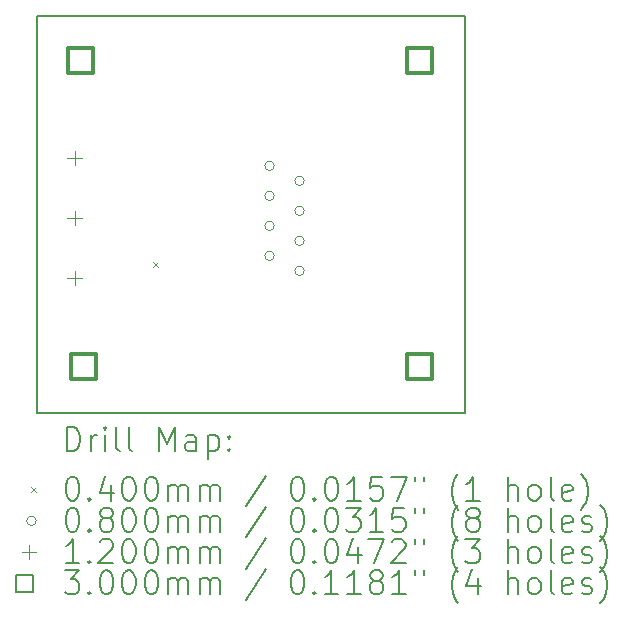
<source format=gbr>
%TF.GenerationSoftware,KiCad,Pcbnew,7.0.9*%
%TF.CreationDate,2023-12-23T15:45:47+01:00*%
%TF.ProjectId,connecting-connector-1-wire,636f6e6e-6563-4746-996e-672d636f6e6e,v1.0*%
%TF.SameCoordinates,Original*%
%TF.FileFunction,Drillmap*%
%TF.FilePolarity,Positive*%
%FSLAX45Y45*%
G04 Gerber Fmt 4.5, Leading zero omitted, Abs format (unit mm)*
G04 Created by KiCad (PCBNEW 7.0.9) date 2023-12-23 15:45:47*
%MOMM*%
%LPD*%
G01*
G04 APERTURE LIST*
%ADD10C,0.150000*%
%ADD11C,0.200000*%
%ADD12C,0.100000*%
%ADD13C,0.120000*%
%ADD14C,0.300000*%
G04 APERTURE END LIST*
D10*
X12425100Y-10126400D02*
X12425100Y-6760900D01*
X16044600Y-6760900D02*
X16044600Y-10126400D01*
X12425100Y-6760900D02*
X16044600Y-6760900D01*
X16044600Y-10126400D02*
X12425100Y-10126400D01*
D11*
D12*
X13408400Y-8849100D02*
X13448400Y-8889100D01*
X13448400Y-8849100D02*
X13408400Y-8889100D01*
X14433600Y-8030800D02*
G75*
G03*
X14433600Y-8030800I-40000J0D01*
G01*
X14433600Y-8284800D02*
G75*
G03*
X14433600Y-8284800I-40000J0D01*
G01*
X14433600Y-8538800D02*
G75*
G03*
X14433600Y-8538800I-40000J0D01*
G01*
X14433600Y-8792800D02*
G75*
G03*
X14433600Y-8792800I-40000J0D01*
G01*
X14687600Y-8157800D02*
G75*
G03*
X14687600Y-8157800I-40000J0D01*
G01*
X14687600Y-8411800D02*
G75*
G03*
X14687600Y-8411800I-40000J0D01*
G01*
X14687600Y-8665800D02*
G75*
G03*
X14687600Y-8665800I-40000J0D01*
G01*
X14687600Y-8919800D02*
G75*
G03*
X14687600Y-8919800I-40000J0D01*
G01*
D13*
X12742600Y-7907400D02*
X12742600Y-8027400D01*
X12682600Y-7967400D02*
X12802600Y-7967400D01*
X12742600Y-8415400D02*
X12742600Y-8535400D01*
X12682600Y-8475400D02*
X12802600Y-8475400D01*
X12742600Y-8923400D02*
X12742600Y-9043400D01*
X12682600Y-8983400D02*
X12802600Y-8983400D01*
D14*
X12899467Y-7247967D02*
X12899467Y-7035833D01*
X12687333Y-7035833D01*
X12687333Y-7247967D01*
X12899467Y-7247967D01*
X12924867Y-9838767D02*
X12924867Y-9626633D01*
X12712733Y-9626633D01*
X12712733Y-9838767D01*
X12924867Y-9838767D01*
X15769667Y-7247967D02*
X15769667Y-7035833D01*
X15557533Y-7035833D01*
X15557533Y-7247967D01*
X15769667Y-7247967D01*
X15769667Y-9838767D02*
X15769667Y-9626633D01*
X15557533Y-9626633D01*
X15557533Y-9838767D01*
X15769667Y-9838767D01*
D11*
X12678377Y-10445384D02*
X12678377Y-10245384D01*
X12678377Y-10245384D02*
X12725996Y-10245384D01*
X12725996Y-10245384D02*
X12754567Y-10254908D01*
X12754567Y-10254908D02*
X12773615Y-10273955D01*
X12773615Y-10273955D02*
X12783139Y-10293003D01*
X12783139Y-10293003D02*
X12792662Y-10331098D01*
X12792662Y-10331098D02*
X12792662Y-10359670D01*
X12792662Y-10359670D02*
X12783139Y-10397765D01*
X12783139Y-10397765D02*
X12773615Y-10416812D01*
X12773615Y-10416812D02*
X12754567Y-10435860D01*
X12754567Y-10435860D02*
X12725996Y-10445384D01*
X12725996Y-10445384D02*
X12678377Y-10445384D01*
X12878377Y-10445384D02*
X12878377Y-10312050D01*
X12878377Y-10350146D02*
X12887901Y-10331098D01*
X12887901Y-10331098D02*
X12897424Y-10321574D01*
X12897424Y-10321574D02*
X12916472Y-10312050D01*
X12916472Y-10312050D02*
X12935520Y-10312050D01*
X13002186Y-10445384D02*
X13002186Y-10312050D01*
X13002186Y-10245384D02*
X12992662Y-10254908D01*
X12992662Y-10254908D02*
X13002186Y-10264431D01*
X13002186Y-10264431D02*
X13011710Y-10254908D01*
X13011710Y-10254908D02*
X13002186Y-10245384D01*
X13002186Y-10245384D02*
X13002186Y-10264431D01*
X13125996Y-10445384D02*
X13106948Y-10435860D01*
X13106948Y-10435860D02*
X13097424Y-10416812D01*
X13097424Y-10416812D02*
X13097424Y-10245384D01*
X13230758Y-10445384D02*
X13211710Y-10435860D01*
X13211710Y-10435860D02*
X13202186Y-10416812D01*
X13202186Y-10416812D02*
X13202186Y-10245384D01*
X13459329Y-10445384D02*
X13459329Y-10245384D01*
X13459329Y-10245384D02*
X13525996Y-10388241D01*
X13525996Y-10388241D02*
X13592662Y-10245384D01*
X13592662Y-10245384D02*
X13592662Y-10445384D01*
X13773615Y-10445384D02*
X13773615Y-10340622D01*
X13773615Y-10340622D02*
X13764091Y-10321574D01*
X13764091Y-10321574D02*
X13745043Y-10312050D01*
X13745043Y-10312050D02*
X13706948Y-10312050D01*
X13706948Y-10312050D02*
X13687901Y-10321574D01*
X13773615Y-10435860D02*
X13754567Y-10445384D01*
X13754567Y-10445384D02*
X13706948Y-10445384D01*
X13706948Y-10445384D02*
X13687901Y-10435860D01*
X13687901Y-10435860D02*
X13678377Y-10416812D01*
X13678377Y-10416812D02*
X13678377Y-10397765D01*
X13678377Y-10397765D02*
X13687901Y-10378717D01*
X13687901Y-10378717D02*
X13706948Y-10369193D01*
X13706948Y-10369193D02*
X13754567Y-10369193D01*
X13754567Y-10369193D02*
X13773615Y-10359670D01*
X13868853Y-10312050D02*
X13868853Y-10512050D01*
X13868853Y-10321574D02*
X13887901Y-10312050D01*
X13887901Y-10312050D02*
X13925996Y-10312050D01*
X13925996Y-10312050D02*
X13945043Y-10321574D01*
X13945043Y-10321574D02*
X13954567Y-10331098D01*
X13954567Y-10331098D02*
X13964091Y-10350146D01*
X13964091Y-10350146D02*
X13964091Y-10407289D01*
X13964091Y-10407289D02*
X13954567Y-10426336D01*
X13954567Y-10426336D02*
X13945043Y-10435860D01*
X13945043Y-10435860D02*
X13925996Y-10445384D01*
X13925996Y-10445384D02*
X13887901Y-10445384D01*
X13887901Y-10445384D02*
X13868853Y-10435860D01*
X14049805Y-10426336D02*
X14059329Y-10435860D01*
X14059329Y-10435860D02*
X14049805Y-10445384D01*
X14049805Y-10445384D02*
X14040282Y-10435860D01*
X14040282Y-10435860D02*
X14049805Y-10426336D01*
X14049805Y-10426336D02*
X14049805Y-10445384D01*
X14049805Y-10321574D02*
X14059329Y-10331098D01*
X14059329Y-10331098D02*
X14049805Y-10340622D01*
X14049805Y-10340622D02*
X14040282Y-10331098D01*
X14040282Y-10331098D02*
X14049805Y-10321574D01*
X14049805Y-10321574D02*
X14049805Y-10340622D01*
D12*
X12377600Y-10753900D02*
X12417600Y-10793900D01*
X12417600Y-10753900D02*
X12377600Y-10793900D01*
D11*
X12716472Y-10665384D02*
X12735520Y-10665384D01*
X12735520Y-10665384D02*
X12754567Y-10674908D01*
X12754567Y-10674908D02*
X12764091Y-10684431D01*
X12764091Y-10684431D02*
X12773615Y-10703479D01*
X12773615Y-10703479D02*
X12783139Y-10741574D01*
X12783139Y-10741574D02*
X12783139Y-10789193D01*
X12783139Y-10789193D02*
X12773615Y-10827289D01*
X12773615Y-10827289D02*
X12764091Y-10846336D01*
X12764091Y-10846336D02*
X12754567Y-10855860D01*
X12754567Y-10855860D02*
X12735520Y-10865384D01*
X12735520Y-10865384D02*
X12716472Y-10865384D01*
X12716472Y-10865384D02*
X12697424Y-10855860D01*
X12697424Y-10855860D02*
X12687901Y-10846336D01*
X12687901Y-10846336D02*
X12678377Y-10827289D01*
X12678377Y-10827289D02*
X12668853Y-10789193D01*
X12668853Y-10789193D02*
X12668853Y-10741574D01*
X12668853Y-10741574D02*
X12678377Y-10703479D01*
X12678377Y-10703479D02*
X12687901Y-10684431D01*
X12687901Y-10684431D02*
X12697424Y-10674908D01*
X12697424Y-10674908D02*
X12716472Y-10665384D01*
X12868853Y-10846336D02*
X12878377Y-10855860D01*
X12878377Y-10855860D02*
X12868853Y-10865384D01*
X12868853Y-10865384D02*
X12859329Y-10855860D01*
X12859329Y-10855860D02*
X12868853Y-10846336D01*
X12868853Y-10846336D02*
X12868853Y-10865384D01*
X13049805Y-10732050D02*
X13049805Y-10865384D01*
X13002186Y-10655860D02*
X12954567Y-10798717D01*
X12954567Y-10798717D02*
X13078377Y-10798717D01*
X13192662Y-10665384D02*
X13211710Y-10665384D01*
X13211710Y-10665384D02*
X13230758Y-10674908D01*
X13230758Y-10674908D02*
X13240282Y-10684431D01*
X13240282Y-10684431D02*
X13249805Y-10703479D01*
X13249805Y-10703479D02*
X13259329Y-10741574D01*
X13259329Y-10741574D02*
X13259329Y-10789193D01*
X13259329Y-10789193D02*
X13249805Y-10827289D01*
X13249805Y-10827289D02*
X13240282Y-10846336D01*
X13240282Y-10846336D02*
X13230758Y-10855860D01*
X13230758Y-10855860D02*
X13211710Y-10865384D01*
X13211710Y-10865384D02*
X13192662Y-10865384D01*
X13192662Y-10865384D02*
X13173615Y-10855860D01*
X13173615Y-10855860D02*
X13164091Y-10846336D01*
X13164091Y-10846336D02*
X13154567Y-10827289D01*
X13154567Y-10827289D02*
X13145043Y-10789193D01*
X13145043Y-10789193D02*
X13145043Y-10741574D01*
X13145043Y-10741574D02*
X13154567Y-10703479D01*
X13154567Y-10703479D02*
X13164091Y-10684431D01*
X13164091Y-10684431D02*
X13173615Y-10674908D01*
X13173615Y-10674908D02*
X13192662Y-10665384D01*
X13383139Y-10665384D02*
X13402186Y-10665384D01*
X13402186Y-10665384D02*
X13421234Y-10674908D01*
X13421234Y-10674908D02*
X13430758Y-10684431D01*
X13430758Y-10684431D02*
X13440282Y-10703479D01*
X13440282Y-10703479D02*
X13449805Y-10741574D01*
X13449805Y-10741574D02*
X13449805Y-10789193D01*
X13449805Y-10789193D02*
X13440282Y-10827289D01*
X13440282Y-10827289D02*
X13430758Y-10846336D01*
X13430758Y-10846336D02*
X13421234Y-10855860D01*
X13421234Y-10855860D02*
X13402186Y-10865384D01*
X13402186Y-10865384D02*
X13383139Y-10865384D01*
X13383139Y-10865384D02*
X13364091Y-10855860D01*
X13364091Y-10855860D02*
X13354567Y-10846336D01*
X13354567Y-10846336D02*
X13345043Y-10827289D01*
X13345043Y-10827289D02*
X13335520Y-10789193D01*
X13335520Y-10789193D02*
X13335520Y-10741574D01*
X13335520Y-10741574D02*
X13345043Y-10703479D01*
X13345043Y-10703479D02*
X13354567Y-10684431D01*
X13354567Y-10684431D02*
X13364091Y-10674908D01*
X13364091Y-10674908D02*
X13383139Y-10665384D01*
X13535520Y-10865384D02*
X13535520Y-10732050D01*
X13535520Y-10751098D02*
X13545043Y-10741574D01*
X13545043Y-10741574D02*
X13564091Y-10732050D01*
X13564091Y-10732050D02*
X13592663Y-10732050D01*
X13592663Y-10732050D02*
X13611710Y-10741574D01*
X13611710Y-10741574D02*
X13621234Y-10760622D01*
X13621234Y-10760622D02*
X13621234Y-10865384D01*
X13621234Y-10760622D02*
X13630758Y-10741574D01*
X13630758Y-10741574D02*
X13649805Y-10732050D01*
X13649805Y-10732050D02*
X13678377Y-10732050D01*
X13678377Y-10732050D02*
X13697424Y-10741574D01*
X13697424Y-10741574D02*
X13706948Y-10760622D01*
X13706948Y-10760622D02*
X13706948Y-10865384D01*
X13802186Y-10865384D02*
X13802186Y-10732050D01*
X13802186Y-10751098D02*
X13811710Y-10741574D01*
X13811710Y-10741574D02*
X13830758Y-10732050D01*
X13830758Y-10732050D02*
X13859329Y-10732050D01*
X13859329Y-10732050D02*
X13878377Y-10741574D01*
X13878377Y-10741574D02*
X13887901Y-10760622D01*
X13887901Y-10760622D02*
X13887901Y-10865384D01*
X13887901Y-10760622D02*
X13897424Y-10741574D01*
X13897424Y-10741574D02*
X13916472Y-10732050D01*
X13916472Y-10732050D02*
X13945043Y-10732050D01*
X13945043Y-10732050D02*
X13964091Y-10741574D01*
X13964091Y-10741574D02*
X13973615Y-10760622D01*
X13973615Y-10760622D02*
X13973615Y-10865384D01*
X14364091Y-10655860D02*
X14192663Y-10913003D01*
X14621234Y-10665384D02*
X14640282Y-10665384D01*
X14640282Y-10665384D02*
X14659329Y-10674908D01*
X14659329Y-10674908D02*
X14668853Y-10684431D01*
X14668853Y-10684431D02*
X14678377Y-10703479D01*
X14678377Y-10703479D02*
X14687901Y-10741574D01*
X14687901Y-10741574D02*
X14687901Y-10789193D01*
X14687901Y-10789193D02*
X14678377Y-10827289D01*
X14678377Y-10827289D02*
X14668853Y-10846336D01*
X14668853Y-10846336D02*
X14659329Y-10855860D01*
X14659329Y-10855860D02*
X14640282Y-10865384D01*
X14640282Y-10865384D02*
X14621234Y-10865384D01*
X14621234Y-10865384D02*
X14602186Y-10855860D01*
X14602186Y-10855860D02*
X14592663Y-10846336D01*
X14592663Y-10846336D02*
X14583139Y-10827289D01*
X14583139Y-10827289D02*
X14573615Y-10789193D01*
X14573615Y-10789193D02*
X14573615Y-10741574D01*
X14573615Y-10741574D02*
X14583139Y-10703479D01*
X14583139Y-10703479D02*
X14592663Y-10684431D01*
X14592663Y-10684431D02*
X14602186Y-10674908D01*
X14602186Y-10674908D02*
X14621234Y-10665384D01*
X14773615Y-10846336D02*
X14783139Y-10855860D01*
X14783139Y-10855860D02*
X14773615Y-10865384D01*
X14773615Y-10865384D02*
X14764091Y-10855860D01*
X14764091Y-10855860D02*
X14773615Y-10846336D01*
X14773615Y-10846336D02*
X14773615Y-10865384D01*
X14906948Y-10665384D02*
X14925996Y-10665384D01*
X14925996Y-10665384D02*
X14945044Y-10674908D01*
X14945044Y-10674908D02*
X14954567Y-10684431D01*
X14954567Y-10684431D02*
X14964091Y-10703479D01*
X14964091Y-10703479D02*
X14973615Y-10741574D01*
X14973615Y-10741574D02*
X14973615Y-10789193D01*
X14973615Y-10789193D02*
X14964091Y-10827289D01*
X14964091Y-10827289D02*
X14954567Y-10846336D01*
X14954567Y-10846336D02*
X14945044Y-10855860D01*
X14945044Y-10855860D02*
X14925996Y-10865384D01*
X14925996Y-10865384D02*
X14906948Y-10865384D01*
X14906948Y-10865384D02*
X14887901Y-10855860D01*
X14887901Y-10855860D02*
X14878377Y-10846336D01*
X14878377Y-10846336D02*
X14868853Y-10827289D01*
X14868853Y-10827289D02*
X14859329Y-10789193D01*
X14859329Y-10789193D02*
X14859329Y-10741574D01*
X14859329Y-10741574D02*
X14868853Y-10703479D01*
X14868853Y-10703479D02*
X14878377Y-10684431D01*
X14878377Y-10684431D02*
X14887901Y-10674908D01*
X14887901Y-10674908D02*
X14906948Y-10665384D01*
X15164091Y-10865384D02*
X15049806Y-10865384D01*
X15106948Y-10865384D02*
X15106948Y-10665384D01*
X15106948Y-10665384D02*
X15087901Y-10693955D01*
X15087901Y-10693955D02*
X15068853Y-10713003D01*
X15068853Y-10713003D02*
X15049806Y-10722527D01*
X15345044Y-10665384D02*
X15249806Y-10665384D01*
X15249806Y-10665384D02*
X15240282Y-10760622D01*
X15240282Y-10760622D02*
X15249806Y-10751098D01*
X15249806Y-10751098D02*
X15268853Y-10741574D01*
X15268853Y-10741574D02*
X15316472Y-10741574D01*
X15316472Y-10741574D02*
X15335520Y-10751098D01*
X15335520Y-10751098D02*
X15345044Y-10760622D01*
X15345044Y-10760622D02*
X15354567Y-10779670D01*
X15354567Y-10779670D02*
X15354567Y-10827289D01*
X15354567Y-10827289D02*
X15345044Y-10846336D01*
X15345044Y-10846336D02*
X15335520Y-10855860D01*
X15335520Y-10855860D02*
X15316472Y-10865384D01*
X15316472Y-10865384D02*
X15268853Y-10865384D01*
X15268853Y-10865384D02*
X15249806Y-10855860D01*
X15249806Y-10855860D02*
X15240282Y-10846336D01*
X15421234Y-10665384D02*
X15554567Y-10665384D01*
X15554567Y-10665384D02*
X15468853Y-10865384D01*
X15621234Y-10665384D02*
X15621234Y-10703479D01*
X15697425Y-10665384D02*
X15697425Y-10703479D01*
X15992663Y-10941574D02*
X15983139Y-10932050D01*
X15983139Y-10932050D02*
X15964091Y-10903479D01*
X15964091Y-10903479D02*
X15954568Y-10884431D01*
X15954568Y-10884431D02*
X15945044Y-10855860D01*
X15945044Y-10855860D02*
X15935520Y-10808241D01*
X15935520Y-10808241D02*
X15935520Y-10770146D01*
X15935520Y-10770146D02*
X15945044Y-10722527D01*
X15945044Y-10722527D02*
X15954568Y-10693955D01*
X15954568Y-10693955D02*
X15964091Y-10674908D01*
X15964091Y-10674908D02*
X15983139Y-10646336D01*
X15983139Y-10646336D02*
X15992663Y-10636812D01*
X16173615Y-10865384D02*
X16059329Y-10865384D01*
X16116472Y-10865384D02*
X16116472Y-10665384D01*
X16116472Y-10665384D02*
X16097425Y-10693955D01*
X16097425Y-10693955D02*
X16078377Y-10713003D01*
X16078377Y-10713003D02*
X16059329Y-10722527D01*
X16411710Y-10865384D02*
X16411710Y-10665384D01*
X16497425Y-10865384D02*
X16497425Y-10760622D01*
X16497425Y-10760622D02*
X16487901Y-10741574D01*
X16487901Y-10741574D02*
X16468853Y-10732050D01*
X16468853Y-10732050D02*
X16440282Y-10732050D01*
X16440282Y-10732050D02*
X16421234Y-10741574D01*
X16421234Y-10741574D02*
X16411710Y-10751098D01*
X16621234Y-10865384D02*
X16602187Y-10855860D01*
X16602187Y-10855860D02*
X16592663Y-10846336D01*
X16592663Y-10846336D02*
X16583139Y-10827289D01*
X16583139Y-10827289D02*
X16583139Y-10770146D01*
X16583139Y-10770146D02*
X16592663Y-10751098D01*
X16592663Y-10751098D02*
X16602187Y-10741574D01*
X16602187Y-10741574D02*
X16621234Y-10732050D01*
X16621234Y-10732050D02*
X16649806Y-10732050D01*
X16649806Y-10732050D02*
X16668853Y-10741574D01*
X16668853Y-10741574D02*
X16678377Y-10751098D01*
X16678377Y-10751098D02*
X16687901Y-10770146D01*
X16687901Y-10770146D02*
X16687901Y-10827289D01*
X16687901Y-10827289D02*
X16678377Y-10846336D01*
X16678377Y-10846336D02*
X16668853Y-10855860D01*
X16668853Y-10855860D02*
X16649806Y-10865384D01*
X16649806Y-10865384D02*
X16621234Y-10865384D01*
X16802187Y-10865384D02*
X16783139Y-10855860D01*
X16783139Y-10855860D02*
X16773615Y-10836812D01*
X16773615Y-10836812D02*
X16773615Y-10665384D01*
X16954568Y-10855860D02*
X16935520Y-10865384D01*
X16935520Y-10865384D02*
X16897425Y-10865384D01*
X16897425Y-10865384D02*
X16878377Y-10855860D01*
X16878377Y-10855860D02*
X16868853Y-10836812D01*
X16868853Y-10836812D02*
X16868853Y-10760622D01*
X16868853Y-10760622D02*
X16878377Y-10741574D01*
X16878377Y-10741574D02*
X16897425Y-10732050D01*
X16897425Y-10732050D02*
X16935520Y-10732050D01*
X16935520Y-10732050D02*
X16954568Y-10741574D01*
X16954568Y-10741574D02*
X16964092Y-10760622D01*
X16964092Y-10760622D02*
X16964092Y-10779670D01*
X16964092Y-10779670D02*
X16868853Y-10798717D01*
X17030758Y-10941574D02*
X17040282Y-10932050D01*
X17040282Y-10932050D02*
X17059330Y-10903479D01*
X17059330Y-10903479D02*
X17068853Y-10884431D01*
X17068853Y-10884431D02*
X17078377Y-10855860D01*
X17078377Y-10855860D02*
X17087901Y-10808241D01*
X17087901Y-10808241D02*
X17087901Y-10770146D01*
X17087901Y-10770146D02*
X17078377Y-10722527D01*
X17078377Y-10722527D02*
X17068853Y-10693955D01*
X17068853Y-10693955D02*
X17059330Y-10674908D01*
X17059330Y-10674908D02*
X17040282Y-10646336D01*
X17040282Y-10646336D02*
X17030758Y-10636812D01*
D12*
X12417600Y-11037900D02*
G75*
G03*
X12417600Y-11037900I-40000J0D01*
G01*
D11*
X12716472Y-10929384D02*
X12735520Y-10929384D01*
X12735520Y-10929384D02*
X12754567Y-10938908D01*
X12754567Y-10938908D02*
X12764091Y-10948431D01*
X12764091Y-10948431D02*
X12773615Y-10967479D01*
X12773615Y-10967479D02*
X12783139Y-11005574D01*
X12783139Y-11005574D02*
X12783139Y-11053193D01*
X12783139Y-11053193D02*
X12773615Y-11091289D01*
X12773615Y-11091289D02*
X12764091Y-11110336D01*
X12764091Y-11110336D02*
X12754567Y-11119860D01*
X12754567Y-11119860D02*
X12735520Y-11129384D01*
X12735520Y-11129384D02*
X12716472Y-11129384D01*
X12716472Y-11129384D02*
X12697424Y-11119860D01*
X12697424Y-11119860D02*
X12687901Y-11110336D01*
X12687901Y-11110336D02*
X12678377Y-11091289D01*
X12678377Y-11091289D02*
X12668853Y-11053193D01*
X12668853Y-11053193D02*
X12668853Y-11005574D01*
X12668853Y-11005574D02*
X12678377Y-10967479D01*
X12678377Y-10967479D02*
X12687901Y-10948431D01*
X12687901Y-10948431D02*
X12697424Y-10938908D01*
X12697424Y-10938908D02*
X12716472Y-10929384D01*
X12868853Y-11110336D02*
X12878377Y-11119860D01*
X12878377Y-11119860D02*
X12868853Y-11129384D01*
X12868853Y-11129384D02*
X12859329Y-11119860D01*
X12859329Y-11119860D02*
X12868853Y-11110336D01*
X12868853Y-11110336D02*
X12868853Y-11129384D01*
X12992662Y-11015098D02*
X12973615Y-11005574D01*
X12973615Y-11005574D02*
X12964091Y-10996050D01*
X12964091Y-10996050D02*
X12954567Y-10977003D01*
X12954567Y-10977003D02*
X12954567Y-10967479D01*
X12954567Y-10967479D02*
X12964091Y-10948431D01*
X12964091Y-10948431D02*
X12973615Y-10938908D01*
X12973615Y-10938908D02*
X12992662Y-10929384D01*
X12992662Y-10929384D02*
X13030758Y-10929384D01*
X13030758Y-10929384D02*
X13049805Y-10938908D01*
X13049805Y-10938908D02*
X13059329Y-10948431D01*
X13059329Y-10948431D02*
X13068853Y-10967479D01*
X13068853Y-10967479D02*
X13068853Y-10977003D01*
X13068853Y-10977003D02*
X13059329Y-10996050D01*
X13059329Y-10996050D02*
X13049805Y-11005574D01*
X13049805Y-11005574D02*
X13030758Y-11015098D01*
X13030758Y-11015098D02*
X12992662Y-11015098D01*
X12992662Y-11015098D02*
X12973615Y-11024622D01*
X12973615Y-11024622D02*
X12964091Y-11034146D01*
X12964091Y-11034146D02*
X12954567Y-11053193D01*
X12954567Y-11053193D02*
X12954567Y-11091289D01*
X12954567Y-11091289D02*
X12964091Y-11110336D01*
X12964091Y-11110336D02*
X12973615Y-11119860D01*
X12973615Y-11119860D02*
X12992662Y-11129384D01*
X12992662Y-11129384D02*
X13030758Y-11129384D01*
X13030758Y-11129384D02*
X13049805Y-11119860D01*
X13049805Y-11119860D02*
X13059329Y-11110336D01*
X13059329Y-11110336D02*
X13068853Y-11091289D01*
X13068853Y-11091289D02*
X13068853Y-11053193D01*
X13068853Y-11053193D02*
X13059329Y-11034146D01*
X13059329Y-11034146D02*
X13049805Y-11024622D01*
X13049805Y-11024622D02*
X13030758Y-11015098D01*
X13192662Y-10929384D02*
X13211710Y-10929384D01*
X13211710Y-10929384D02*
X13230758Y-10938908D01*
X13230758Y-10938908D02*
X13240282Y-10948431D01*
X13240282Y-10948431D02*
X13249805Y-10967479D01*
X13249805Y-10967479D02*
X13259329Y-11005574D01*
X13259329Y-11005574D02*
X13259329Y-11053193D01*
X13259329Y-11053193D02*
X13249805Y-11091289D01*
X13249805Y-11091289D02*
X13240282Y-11110336D01*
X13240282Y-11110336D02*
X13230758Y-11119860D01*
X13230758Y-11119860D02*
X13211710Y-11129384D01*
X13211710Y-11129384D02*
X13192662Y-11129384D01*
X13192662Y-11129384D02*
X13173615Y-11119860D01*
X13173615Y-11119860D02*
X13164091Y-11110336D01*
X13164091Y-11110336D02*
X13154567Y-11091289D01*
X13154567Y-11091289D02*
X13145043Y-11053193D01*
X13145043Y-11053193D02*
X13145043Y-11005574D01*
X13145043Y-11005574D02*
X13154567Y-10967479D01*
X13154567Y-10967479D02*
X13164091Y-10948431D01*
X13164091Y-10948431D02*
X13173615Y-10938908D01*
X13173615Y-10938908D02*
X13192662Y-10929384D01*
X13383139Y-10929384D02*
X13402186Y-10929384D01*
X13402186Y-10929384D02*
X13421234Y-10938908D01*
X13421234Y-10938908D02*
X13430758Y-10948431D01*
X13430758Y-10948431D02*
X13440282Y-10967479D01*
X13440282Y-10967479D02*
X13449805Y-11005574D01*
X13449805Y-11005574D02*
X13449805Y-11053193D01*
X13449805Y-11053193D02*
X13440282Y-11091289D01*
X13440282Y-11091289D02*
X13430758Y-11110336D01*
X13430758Y-11110336D02*
X13421234Y-11119860D01*
X13421234Y-11119860D02*
X13402186Y-11129384D01*
X13402186Y-11129384D02*
X13383139Y-11129384D01*
X13383139Y-11129384D02*
X13364091Y-11119860D01*
X13364091Y-11119860D02*
X13354567Y-11110336D01*
X13354567Y-11110336D02*
X13345043Y-11091289D01*
X13345043Y-11091289D02*
X13335520Y-11053193D01*
X13335520Y-11053193D02*
X13335520Y-11005574D01*
X13335520Y-11005574D02*
X13345043Y-10967479D01*
X13345043Y-10967479D02*
X13354567Y-10948431D01*
X13354567Y-10948431D02*
X13364091Y-10938908D01*
X13364091Y-10938908D02*
X13383139Y-10929384D01*
X13535520Y-11129384D02*
X13535520Y-10996050D01*
X13535520Y-11015098D02*
X13545043Y-11005574D01*
X13545043Y-11005574D02*
X13564091Y-10996050D01*
X13564091Y-10996050D02*
X13592663Y-10996050D01*
X13592663Y-10996050D02*
X13611710Y-11005574D01*
X13611710Y-11005574D02*
X13621234Y-11024622D01*
X13621234Y-11024622D02*
X13621234Y-11129384D01*
X13621234Y-11024622D02*
X13630758Y-11005574D01*
X13630758Y-11005574D02*
X13649805Y-10996050D01*
X13649805Y-10996050D02*
X13678377Y-10996050D01*
X13678377Y-10996050D02*
X13697424Y-11005574D01*
X13697424Y-11005574D02*
X13706948Y-11024622D01*
X13706948Y-11024622D02*
X13706948Y-11129384D01*
X13802186Y-11129384D02*
X13802186Y-10996050D01*
X13802186Y-11015098D02*
X13811710Y-11005574D01*
X13811710Y-11005574D02*
X13830758Y-10996050D01*
X13830758Y-10996050D02*
X13859329Y-10996050D01*
X13859329Y-10996050D02*
X13878377Y-11005574D01*
X13878377Y-11005574D02*
X13887901Y-11024622D01*
X13887901Y-11024622D02*
X13887901Y-11129384D01*
X13887901Y-11024622D02*
X13897424Y-11005574D01*
X13897424Y-11005574D02*
X13916472Y-10996050D01*
X13916472Y-10996050D02*
X13945043Y-10996050D01*
X13945043Y-10996050D02*
X13964091Y-11005574D01*
X13964091Y-11005574D02*
X13973615Y-11024622D01*
X13973615Y-11024622D02*
X13973615Y-11129384D01*
X14364091Y-10919860D02*
X14192663Y-11177003D01*
X14621234Y-10929384D02*
X14640282Y-10929384D01*
X14640282Y-10929384D02*
X14659329Y-10938908D01*
X14659329Y-10938908D02*
X14668853Y-10948431D01*
X14668853Y-10948431D02*
X14678377Y-10967479D01*
X14678377Y-10967479D02*
X14687901Y-11005574D01*
X14687901Y-11005574D02*
X14687901Y-11053193D01*
X14687901Y-11053193D02*
X14678377Y-11091289D01*
X14678377Y-11091289D02*
X14668853Y-11110336D01*
X14668853Y-11110336D02*
X14659329Y-11119860D01*
X14659329Y-11119860D02*
X14640282Y-11129384D01*
X14640282Y-11129384D02*
X14621234Y-11129384D01*
X14621234Y-11129384D02*
X14602186Y-11119860D01*
X14602186Y-11119860D02*
X14592663Y-11110336D01*
X14592663Y-11110336D02*
X14583139Y-11091289D01*
X14583139Y-11091289D02*
X14573615Y-11053193D01*
X14573615Y-11053193D02*
X14573615Y-11005574D01*
X14573615Y-11005574D02*
X14583139Y-10967479D01*
X14583139Y-10967479D02*
X14592663Y-10948431D01*
X14592663Y-10948431D02*
X14602186Y-10938908D01*
X14602186Y-10938908D02*
X14621234Y-10929384D01*
X14773615Y-11110336D02*
X14783139Y-11119860D01*
X14783139Y-11119860D02*
X14773615Y-11129384D01*
X14773615Y-11129384D02*
X14764091Y-11119860D01*
X14764091Y-11119860D02*
X14773615Y-11110336D01*
X14773615Y-11110336D02*
X14773615Y-11129384D01*
X14906948Y-10929384D02*
X14925996Y-10929384D01*
X14925996Y-10929384D02*
X14945044Y-10938908D01*
X14945044Y-10938908D02*
X14954567Y-10948431D01*
X14954567Y-10948431D02*
X14964091Y-10967479D01*
X14964091Y-10967479D02*
X14973615Y-11005574D01*
X14973615Y-11005574D02*
X14973615Y-11053193D01*
X14973615Y-11053193D02*
X14964091Y-11091289D01*
X14964091Y-11091289D02*
X14954567Y-11110336D01*
X14954567Y-11110336D02*
X14945044Y-11119860D01*
X14945044Y-11119860D02*
X14925996Y-11129384D01*
X14925996Y-11129384D02*
X14906948Y-11129384D01*
X14906948Y-11129384D02*
X14887901Y-11119860D01*
X14887901Y-11119860D02*
X14878377Y-11110336D01*
X14878377Y-11110336D02*
X14868853Y-11091289D01*
X14868853Y-11091289D02*
X14859329Y-11053193D01*
X14859329Y-11053193D02*
X14859329Y-11005574D01*
X14859329Y-11005574D02*
X14868853Y-10967479D01*
X14868853Y-10967479D02*
X14878377Y-10948431D01*
X14878377Y-10948431D02*
X14887901Y-10938908D01*
X14887901Y-10938908D02*
X14906948Y-10929384D01*
X15040282Y-10929384D02*
X15164091Y-10929384D01*
X15164091Y-10929384D02*
X15097425Y-11005574D01*
X15097425Y-11005574D02*
X15125996Y-11005574D01*
X15125996Y-11005574D02*
X15145044Y-11015098D01*
X15145044Y-11015098D02*
X15154567Y-11024622D01*
X15154567Y-11024622D02*
X15164091Y-11043670D01*
X15164091Y-11043670D02*
X15164091Y-11091289D01*
X15164091Y-11091289D02*
X15154567Y-11110336D01*
X15154567Y-11110336D02*
X15145044Y-11119860D01*
X15145044Y-11119860D02*
X15125996Y-11129384D01*
X15125996Y-11129384D02*
X15068853Y-11129384D01*
X15068853Y-11129384D02*
X15049806Y-11119860D01*
X15049806Y-11119860D02*
X15040282Y-11110336D01*
X15354567Y-11129384D02*
X15240282Y-11129384D01*
X15297425Y-11129384D02*
X15297425Y-10929384D01*
X15297425Y-10929384D02*
X15278377Y-10957955D01*
X15278377Y-10957955D02*
X15259329Y-10977003D01*
X15259329Y-10977003D02*
X15240282Y-10986527D01*
X15535520Y-10929384D02*
X15440282Y-10929384D01*
X15440282Y-10929384D02*
X15430758Y-11024622D01*
X15430758Y-11024622D02*
X15440282Y-11015098D01*
X15440282Y-11015098D02*
X15459329Y-11005574D01*
X15459329Y-11005574D02*
X15506948Y-11005574D01*
X15506948Y-11005574D02*
X15525996Y-11015098D01*
X15525996Y-11015098D02*
X15535520Y-11024622D01*
X15535520Y-11024622D02*
X15545044Y-11043670D01*
X15545044Y-11043670D02*
X15545044Y-11091289D01*
X15545044Y-11091289D02*
X15535520Y-11110336D01*
X15535520Y-11110336D02*
X15525996Y-11119860D01*
X15525996Y-11119860D02*
X15506948Y-11129384D01*
X15506948Y-11129384D02*
X15459329Y-11129384D01*
X15459329Y-11129384D02*
X15440282Y-11119860D01*
X15440282Y-11119860D02*
X15430758Y-11110336D01*
X15621234Y-10929384D02*
X15621234Y-10967479D01*
X15697425Y-10929384D02*
X15697425Y-10967479D01*
X15992663Y-11205574D02*
X15983139Y-11196050D01*
X15983139Y-11196050D02*
X15964091Y-11167479D01*
X15964091Y-11167479D02*
X15954568Y-11148431D01*
X15954568Y-11148431D02*
X15945044Y-11119860D01*
X15945044Y-11119860D02*
X15935520Y-11072241D01*
X15935520Y-11072241D02*
X15935520Y-11034146D01*
X15935520Y-11034146D02*
X15945044Y-10986527D01*
X15945044Y-10986527D02*
X15954568Y-10957955D01*
X15954568Y-10957955D02*
X15964091Y-10938908D01*
X15964091Y-10938908D02*
X15983139Y-10910336D01*
X15983139Y-10910336D02*
X15992663Y-10900812D01*
X16097425Y-11015098D02*
X16078377Y-11005574D01*
X16078377Y-11005574D02*
X16068853Y-10996050D01*
X16068853Y-10996050D02*
X16059329Y-10977003D01*
X16059329Y-10977003D02*
X16059329Y-10967479D01*
X16059329Y-10967479D02*
X16068853Y-10948431D01*
X16068853Y-10948431D02*
X16078377Y-10938908D01*
X16078377Y-10938908D02*
X16097425Y-10929384D01*
X16097425Y-10929384D02*
X16135520Y-10929384D01*
X16135520Y-10929384D02*
X16154568Y-10938908D01*
X16154568Y-10938908D02*
X16164091Y-10948431D01*
X16164091Y-10948431D02*
X16173615Y-10967479D01*
X16173615Y-10967479D02*
X16173615Y-10977003D01*
X16173615Y-10977003D02*
X16164091Y-10996050D01*
X16164091Y-10996050D02*
X16154568Y-11005574D01*
X16154568Y-11005574D02*
X16135520Y-11015098D01*
X16135520Y-11015098D02*
X16097425Y-11015098D01*
X16097425Y-11015098D02*
X16078377Y-11024622D01*
X16078377Y-11024622D02*
X16068853Y-11034146D01*
X16068853Y-11034146D02*
X16059329Y-11053193D01*
X16059329Y-11053193D02*
X16059329Y-11091289D01*
X16059329Y-11091289D02*
X16068853Y-11110336D01*
X16068853Y-11110336D02*
X16078377Y-11119860D01*
X16078377Y-11119860D02*
X16097425Y-11129384D01*
X16097425Y-11129384D02*
X16135520Y-11129384D01*
X16135520Y-11129384D02*
X16154568Y-11119860D01*
X16154568Y-11119860D02*
X16164091Y-11110336D01*
X16164091Y-11110336D02*
X16173615Y-11091289D01*
X16173615Y-11091289D02*
X16173615Y-11053193D01*
X16173615Y-11053193D02*
X16164091Y-11034146D01*
X16164091Y-11034146D02*
X16154568Y-11024622D01*
X16154568Y-11024622D02*
X16135520Y-11015098D01*
X16411710Y-11129384D02*
X16411710Y-10929384D01*
X16497425Y-11129384D02*
X16497425Y-11024622D01*
X16497425Y-11024622D02*
X16487901Y-11005574D01*
X16487901Y-11005574D02*
X16468853Y-10996050D01*
X16468853Y-10996050D02*
X16440282Y-10996050D01*
X16440282Y-10996050D02*
X16421234Y-11005574D01*
X16421234Y-11005574D02*
X16411710Y-11015098D01*
X16621234Y-11129384D02*
X16602187Y-11119860D01*
X16602187Y-11119860D02*
X16592663Y-11110336D01*
X16592663Y-11110336D02*
X16583139Y-11091289D01*
X16583139Y-11091289D02*
X16583139Y-11034146D01*
X16583139Y-11034146D02*
X16592663Y-11015098D01*
X16592663Y-11015098D02*
X16602187Y-11005574D01*
X16602187Y-11005574D02*
X16621234Y-10996050D01*
X16621234Y-10996050D02*
X16649806Y-10996050D01*
X16649806Y-10996050D02*
X16668853Y-11005574D01*
X16668853Y-11005574D02*
X16678377Y-11015098D01*
X16678377Y-11015098D02*
X16687901Y-11034146D01*
X16687901Y-11034146D02*
X16687901Y-11091289D01*
X16687901Y-11091289D02*
X16678377Y-11110336D01*
X16678377Y-11110336D02*
X16668853Y-11119860D01*
X16668853Y-11119860D02*
X16649806Y-11129384D01*
X16649806Y-11129384D02*
X16621234Y-11129384D01*
X16802187Y-11129384D02*
X16783139Y-11119860D01*
X16783139Y-11119860D02*
X16773615Y-11100812D01*
X16773615Y-11100812D02*
X16773615Y-10929384D01*
X16954568Y-11119860D02*
X16935520Y-11129384D01*
X16935520Y-11129384D02*
X16897425Y-11129384D01*
X16897425Y-11129384D02*
X16878377Y-11119860D01*
X16878377Y-11119860D02*
X16868853Y-11100812D01*
X16868853Y-11100812D02*
X16868853Y-11024622D01*
X16868853Y-11024622D02*
X16878377Y-11005574D01*
X16878377Y-11005574D02*
X16897425Y-10996050D01*
X16897425Y-10996050D02*
X16935520Y-10996050D01*
X16935520Y-10996050D02*
X16954568Y-11005574D01*
X16954568Y-11005574D02*
X16964092Y-11024622D01*
X16964092Y-11024622D02*
X16964092Y-11043670D01*
X16964092Y-11043670D02*
X16868853Y-11062717D01*
X17040282Y-11119860D02*
X17059330Y-11129384D01*
X17059330Y-11129384D02*
X17097425Y-11129384D01*
X17097425Y-11129384D02*
X17116473Y-11119860D01*
X17116473Y-11119860D02*
X17125996Y-11100812D01*
X17125996Y-11100812D02*
X17125996Y-11091289D01*
X17125996Y-11091289D02*
X17116473Y-11072241D01*
X17116473Y-11072241D02*
X17097425Y-11062717D01*
X17097425Y-11062717D02*
X17068853Y-11062717D01*
X17068853Y-11062717D02*
X17049806Y-11053193D01*
X17049806Y-11053193D02*
X17040282Y-11034146D01*
X17040282Y-11034146D02*
X17040282Y-11024622D01*
X17040282Y-11024622D02*
X17049806Y-11005574D01*
X17049806Y-11005574D02*
X17068853Y-10996050D01*
X17068853Y-10996050D02*
X17097425Y-10996050D01*
X17097425Y-10996050D02*
X17116473Y-11005574D01*
X17192663Y-11205574D02*
X17202187Y-11196050D01*
X17202187Y-11196050D02*
X17221234Y-11167479D01*
X17221234Y-11167479D02*
X17230758Y-11148431D01*
X17230758Y-11148431D02*
X17240282Y-11119860D01*
X17240282Y-11119860D02*
X17249806Y-11072241D01*
X17249806Y-11072241D02*
X17249806Y-11034146D01*
X17249806Y-11034146D02*
X17240282Y-10986527D01*
X17240282Y-10986527D02*
X17230758Y-10957955D01*
X17230758Y-10957955D02*
X17221234Y-10938908D01*
X17221234Y-10938908D02*
X17202187Y-10910336D01*
X17202187Y-10910336D02*
X17192663Y-10900812D01*
D13*
X12357600Y-11241900D02*
X12357600Y-11361900D01*
X12297600Y-11301900D02*
X12417600Y-11301900D01*
D11*
X12783139Y-11393384D02*
X12668853Y-11393384D01*
X12725996Y-11393384D02*
X12725996Y-11193384D01*
X12725996Y-11193384D02*
X12706948Y-11221955D01*
X12706948Y-11221955D02*
X12687901Y-11241003D01*
X12687901Y-11241003D02*
X12668853Y-11250527D01*
X12868853Y-11374336D02*
X12878377Y-11383860D01*
X12878377Y-11383860D02*
X12868853Y-11393384D01*
X12868853Y-11393384D02*
X12859329Y-11383860D01*
X12859329Y-11383860D02*
X12868853Y-11374336D01*
X12868853Y-11374336D02*
X12868853Y-11393384D01*
X12954567Y-11212431D02*
X12964091Y-11202908D01*
X12964091Y-11202908D02*
X12983139Y-11193384D01*
X12983139Y-11193384D02*
X13030758Y-11193384D01*
X13030758Y-11193384D02*
X13049805Y-11202908D01*
X13049805Y-11202908D02*
X13059329Y-11212431D01*
X13059329Y-11212431D02*
X13068853Y-11231479D01*
X13068853Y-11231479D02*
X13068853Y-11250527D01*
X13068853Y-11250527D02*
X13059329Y-11279098D01*
X13059329Y-11279098D02*
X12945043Y-11393384D01*
X12945043Y-11393384D02*
X13068853Y-11393384D01*
X13192662Y-11193384D02*
X13211710Y-11193384D01*
X13211710Y-11193384D02*
X13230758Y-11202908D01*
X13230758Y-11202908D02*
X13240282Y-11212431D01*
X13240282Y-11212431D02*
X13249805Y-11231479D01*
X13249805Y-11231479D02*
X13259329Y-11269574D01*
X13259329Y-11269574D02*
X13259329Y-11317193D01*
X13259329Y-11317193D02*
X13249805Y-11355288D01*
X13249805Y-11355288D02*
X13240282Y-11374336D01*
X13240282Y-11374336D02*
X13230758Y-11383860D01*
X13230758Y-11383860D02*
X13211710Y-11393384D01*
X13211710Y-11393384D02*
X13192662Y-11393384D01*
X13192662Y-11393384D02*
X13173615Y-11383860D01*
X13173615Y-11383860D02*
X13164091Y-11374336D01*
X13164091Y-11374336D02*
X13154567Y-11355288D01*
X13154567Y-11355288D02*
X13145043Y-11317193D01*
X13145043Y-11317193D02*
X13145043Y-11269574D01*
X13145043Y-11269574D02*
X13154567Y-11231479D01*
X13154567Y-11231479D02*
X13164091Y-11212431D01*
X13164091Y-11212431D02*
X13173615Y-11202908D01*
X13173615Y-11202908D02*
X13192662Y-11193384D01*
X13383139Y-11193384D02*
X13402186Y-11193384D01*
X13402186Y-11193384D02*
X13421234Y-11202908D01*
X13421234Y-11202908D02*
X13430758Y-11212431D01*
X13430758Y-11212431D02*
X13440282Y-11231479D01*
X13440282Y-11231479D02*
X13449805Y-11269574D01*
X13449805Y-11269574D02*
X13449805Y-11317193D01*
X13449805Y-11317193D02*
X13440282Y-11355288D01*
X13440282Y-11355288D02*
X13430758Y-11374336D01*
X13430758Y-11374336D02*
X13421234Y-11383860D01*
X13421234Y-11383860D02*
X13402186Y-11393384D01*
X13402186Y-11393384D02*
X13383139Y-11393384D01*
X13383139Y-11393384D02*
X13364091Y-11383860D01*
X13364091Y-11383860D02*
X13354567Y-11374336D01*
X13354567Y-11374336D02*
X13345043Y-11355288D01*
X13345043Y-11355288D02*
X13335520Y-11317193D01*
X13335520Y-11317193D02*
X13335520Y-11269574D01*
X13335520Y-11269574D02*
X13345043Y-11231479D01*
X13345043Y-11231479D02*
X13354567Y-11212431D01*
X13354567Y-11212431D02*
X13364091Y-11202908D01*
X13364091Y-11202908D02*
X13383139Y-11193384D01*
X13535520Y-11393384D02*
X13535520Y-11260050D01*
X13535520Y-11279098D02*
X13545043Y-11269574D01*
X13545043Y-11269574D02*
X13564091Y-11260050D01*
X13564091Y-11260050D02*
X13592663Y-11260050D01*
X13592663Y-11260050D02*
X13611710Y-11269574D01*
X13611710Y-11269574D02*
X13621234Y-11288622D01*
X13621234Y-11288622D02*
X13621234Y-11393384D01*
X13621234Y-11288622D02*
X13630758Y-11269574D01*
X13630758Y-11269574D02*
X13649805Y-11260050D01*
X13649805Y-11260050D02*
X13678377Y-11260050D01*
X13678377Y-11260050D02*
X13697424Y-11269574D01*
X13697424Y-11269574D02*
X13706948Y-11288622D01*
X13706948Y-11288622D02*
X13706948Y-11393384D01*
X13802186Y-11393384D02*
X13802186Y-11260050D01*
X13802186Y-11279098D02*
X13811710Y-11269574D01*
X13811710Y-11269574D02*
X13830758Y-11260050D01*
X13830758Y-11260050D02*
X13859329Y-11260050D01*
X13859329Y-11260050D02*
X13878377Y-11269574D01*
X13878377Y-11269574D02*
X13887901Y-11288622D01*
X13887901Y-11288622D02*
X13887901Y-11393384D01*
X13887901Y-11288622D02*
X13897424Y-11269574D01*
X13897424Y-11269574D02*
X13916472Y-11260050D01*
X13916472Y-11260050D02*
X13945043Y-11260050D01*
X13945043Y-11260050D02*
X13964091Y-11269574D01*
X13964091Y-11269574D02*
X13973615Y-11288622D01*
X13973615Y-11288622D02*
X13973615Y-11393384D01*
X14364091Y-11183860D02*
X14192663Y-11441003D01*
X14621234Y-11193384D02*
X14640282Y-11193384D01*
X14640282Y-11193384D02*
X14659329Y-11202908D01*
X14659329Y-11202908D02*
X14668853Y-11212431D01*
X14668853Y-11212431D02*
X14678377Y-11231479D01*
X14678377Y-11231479D02*
X14687901Y-11269574D01*
X14687901Y-11269574D02*
X14687901Y-11317193D01*
X14687901Y-11317193D02*
X14678377Y-11355288D01*
X14678377Y-11355288D02*
X14668853Y-11374336D01*
X14668853Y-11374336D02*
X14659329Y-11383860D01*
X14659329Y-11383860D02*
X14640282Y-11393384D01*
X14640282Y-11393384D02*
X14621234Y-11393384D01*
X14621234Y-11393384D02*
X14602186Y-11383860D01*
X14602186Y-11383860D02*
X14592663Y-11374336D01*
X14592663Y-11374336D02*
X14583139Y-11355288D01*
X14583139Y-11355288D02*
X14573615Y-11317193D01*
X14573615Y-11317193D02*
X14573615Y-11269574D01*
X14573615Y-11269574D02*
X14583139Y-11231479D01*
X14583139Y-11231479D02*
X14592663Y-11212431D01*
X14592663Y-11212431D02*
X14602186Y-11202908D01*
X14602186Y-11202908D02*
X14621234Y-11193384D01*
X14773615Y-11374336D02*
X14783139Y-11383860D01*
X14783139Y-11383860D02*
X14773615Y-11393384D01*
X14773615Y-11393384D02*
X14764091Y-11383860D01*
X14764091Y-11383860D02*
X14773615Y-11374336D01*
X14773615Y-11374336D02*
X14773615Y-11393384D01*
X14906948Y-11193384D02*
X14925996Y-11193384D01*
X14925996Y-11193384D02*
X14945044Y-11202908D01*
X14945044Y-11202908D02*
X14954567Y-11212431D01*
X14954567Y-11212431D02*
X14964091Y-11231479D01*
X14964091Y-11231479D02*
X14973615Y-11269574D01*
X14973615Y-11269574D02*
X14973615Y-11317193D01*
X14973615Y-11317193D02*
X14964091Y-11355288D01*
X14964091Y-11355288D02*
X14954567Y-11374336D01*
X14954567Y-11374336D02*
X14945044Y-11383860D01*
X14945044Y-11383860D02*
X14925996Y-11393384D01*
X14925996Y-11393384D02*
X14906948Y-11393384D01*
X14906948Y-11393384D02*
X14887901Y-11383860D01*
X14887901Y-11383860D02*
X14878377Y-11374336D01*
X14878377Y-11374336D02*
X14868853Y-11355288D01*
X14868853Y-11355288D02*
X14859329Y-11317193D01*
X14859329Y-11317193D02*
X14859329Y-11269574D01*
X14859329Y-11269574D02*
X14868853Y-11231479D01*
X14868853Y-11231479D02*
X14878377Y-11212431D01*
X14878377Y-11212431D02*
X14887901Y-11202908D01*
X14887901Y-11202908D02*
X14906948Y-11193384D01*
X15145044Y-11260050D02*
X15145044Y-11393384D01*
X15097425Y-11183860D02*
X15049806Y-11326717D01*
X15049806Y-11326717D02*
X15173615Y-11326717D01*
X15230758Y-11193384D02*
X15364091Y-11193384D01*
X15364091Y-11193384D02*
X15278377Y-11393384D01*
X15430758Y-11212431D02*
X15440282Y-11202908D01*
X15440282Y-11202908D02*
X15459329Y-11193384D01*
X15459329Y-11193384D02*
X15506948Y-11193384D01*
X15506948Y-11193384D02*
X15525996Y-11202908D01*
X15525996Y-11202908D02*
X15535520Y-11212431D01*
X15535520Y-11212431D02*
X15545044Y-11231479D01*
X15545044Y-11231479D02*
X15545044Y-11250527D01*
X15545044Y-11250527D02*
X15535520Y-11279098D01*
X15535520Y-11279098D02*
X15421234Y-11393384D01*
X15421234Y-11393384D02*
X15545044Y-11393384D01*
X15621234Y-11193384D02*
X15621234Y-11231479D01*
X15697425Y-11193384D02*
X15697425Y-11231479D01*
X15992663Y-11469574D02*
X15983139Y-11460050D01*
X15983139Y-11460050D02*
X15964091Y-11431479D01*
X15964091Y-11431479D02*
X15954568Y-11412431D01*
X15954568Y-11412431D02*
X15945044Y-11383860D01*
X15945044Y-11383860D02*
X15935520Y-11336241D01*
X15935520Y-11336241D02*
X15935520Y-11298146D01*
X15935520Y-11298146D02*
X15945044Y-11250527D01*
X15945044Y-11250527D02*
X15954568Y-11221955D01*
X15954568Y-11221955D02*
X15964091Y-11202908D01*
X15964091Y-11202908D02*
X15983139Y-11174336D01*
X15983139Y-11174336D02*
X15992663Y-11164812D01*
X16049806Y-11193384D02*
X16173615Y-11193384D01*
X16173615Y-11193384D02*
X16106948Y-11269574D01*
X16106948Y-11269574D02*
X16135520Y-11269574D01*
X16135520Y-11269574D02*
X16154568Y-11279098D01*
X16154568Y-11279098D02*
X16164091Y-11288622D01*
X16164091Y-11288622D02*
X16173615Y-11307669D01*
X16173615Y-11307669D02*
X16173615Y-11355288D01*
X16173615Y-11355288D02*
X16164091Y-11374336D01*
X16164091Y-11374336D02*
X16154568Y-11383860D01*
X16154568Y-11383860D02*
X16135520Y-11393384D01*
X16135520Y-11393384D02*
X16078377Y-11393384D01*
X16078377Y-11393384D02*
X16059329Y-11383860D01*
X16059329Y-11383860D02*
X16049806Y-11374336D01*
X16411710Y-11393384D02*
X16411710Y-11193384D01*
X16497425Y-11393384D02*
X16497425Y-11288622D01*
X16497425Y-11288622D02*
X16487901Y-11269574D01*
X16487901Y-11269574D02*
X16468853Y-11260050D01*
X16468853Y-11260050D02*
X16440282Y-11260050D01*
X16440282Y-11260050D02*
X16421234Y-11269574D01*
X16421234Y-11269574D02*
X16411710Y-11279098D01*
X16621234Y-11393384D02*
X16602187Y-11383860D01*
X16602187Y-11383860D02*
X16592663Y-11374336D01*
X16592663Y-11374336D02*
X16583139Y-11355288D01*
X16583139Y-11355288D02*
X16583139Y-11298146D01*
X16583139Y-11298146D02*
X16592663Y-11279098D01*
X16592663Y-11279098D02*
X16602187Y-11269574D01*
X16602187Y-11269574D02*
X16621234Y-11260050D01*
X16621234Y-11260050D02*
X16649806Y-11260050D01*
X16649806Y-11260050D02*
X16668853Y-11269574D01*
X16668853Y-11269574D02*
X16678377Y-11279098D01*
X16678377Y-11279098D02*
X16687901Y-11298146D01*
X16687901Y-11298146D02*
X16687901Y-11355288D01*
X16687901Y-11355288D02*
X16678377Y-11374336D01*
X16678377Y-11374336D02*
X16668853Y-11383860D01*
X16668853Y-11383860D02*
X16649806Y-11393384D01*
X16649806Y-11393384D02*
X16621234Y-11393384D01*
X16802187Y-11393384D02*
X16783139Y-11383860D01*
X16783139Y-11383860D02*
X16773615Y-11364812D01*
X16773615Y-11364812D02*
X16773615Y-11193384D01*
X16954568Y-11383860D02*
X16935520Y-11393384D01*
X16935520Y-11393384D02*
X16897425Y-11393384D01*
X16897425Y-11393384D02*
X16878377Y-11383860D01*
X16878377Y-11383860D02*
X16868853Y-11364812D01*
X16868853Y-11364812D02*
X16868853Y-11288622D01*
X16868853Y-11288622D02*
X16878377Y-11269574D01*
X16878377Y-11269574D02*
X16897425Y-11260050D01*
X16897425Y-11260050D02*
X16935520Y-11260050D01*
X16935520Y-11260050D02*
X16954568Y-11269574D01*
X16954568Y-11269574D02*
X16964092Y-11288622D01*
X16964092Y-11288622D02*
X16964092Y-11307669D01*
X16964092Y-11307669D02*
X16868853Y-11326717D01*
X17040282Y-11383860D02*
X17059330Y-11393384D01*
X17059330Y-11393384D02*
X17097425Y-11393384D01*
X17097425Y-11393384D02*
X17116473Y-11383860D01*
X17116473Y-11383860D02*
X17125996Y-11364812D01*
X17125996Y-11364812D02*
X17125996Y-11355288D01*
X17125996Y-11355288D02*
X17116473Y-11336241D01*
X17116473Y-11336241D02*
X17097425Y-11326717D01*
X17097425Y-11326717D02*
X17068853Y-11326717D01*
X17068853Y-11326717D02*
X17049806Y-11317193D01*
X17049806Y-11317193D02*
X17040282Y-11298146D01*
X17040282Y-11298146D02*
X17040282Y-11288622D01*
X17040282Y-11288622D02*
X17049806Y-11269574D01*
X17049806Y-11269574D02*
X17068853Y-11260050D01*
X17068853Y-11260050D02*
X17097425Y-11260050D01*
X17097425Y-11260050D02*
X17116473Y-11269574D01*
X17192663Y-11469574D02*
X17202187Y-11460050D01*
X17202187Y-11460050D02*
X17221234Y-11431479D01*
X17221234Y-11431479D02*
X17230758Y-11412431D01*
X17230758Y-11412431D02*
X17240282Y-11383860D01*
X17240282Y-11383860D02*
X17249806Y-11336241D01*
X17249806Y-11336241D02*
X17249806Y-11298146D01*
X17249806Y-11298146D02*
X17240282Y-11250527D01*
X17240282Y-11250527D02*
X17230758Y-11221955D01*
X17230758Y-11221955D02*
X17221234Y-11202908D01*
X17221234Y-11202908D02*
X17202187Y-11174336D01*
X17202187Y-11174336D02*
X17192663Y-11164812D01*
X12388311Y-11636611D02*
X12388311Y-11495189D01*
X12246889Y-11495189D01*
X12246889Y-11636611D01*
X12388311Y-11636611D01*
X12659329Y-11457384D02*
X12783139Y-11457384D01*
X12783139Y-11457384D02*
X12716472Y-11533574D01*
X12716472Y-11533574D02*
X12745043Y-11533574D01*
X12745043Y-11533574D02*
X12764091Y-11543098D01*
X12764091Y-11543098D02*
X12773615Y-11552622D01*
X12773615Y-11552622D02*
X12783139Y-11571669D01*
X12783139Y-11571669D02*
X12783139Y-11619288D01*
X12783139Y-11619288D02*
X12773615Y-11638336D01*
X12773615Y-11638336D02*
X12764091Y-11647860D01*
X12764091Y-11647860D02*
X12745043Y-11657384D01*
X12745043Y-11657384D02*
X12687901Y-11657384D01*
X12687901Y-11657384D02*
X12668853Y-11647860D01*
X12668853Y-11647860D02*
X12659329Y-11638336D01*
X12868853Y-11638336D02*
X12878377Y-11647860D01*
X12878377Y-11647860D02*
X12868853Y-11657384D01*
X12868853Y-11657384D02*
X12859329Y-11647860D01*
X12859329Y-11647860D02*
X12868853Y-11638336D01*
X12868853Y-11638336D02*
X12868853Y-11657384D01*
X13002186Y-11457384D02*
X13021234Y-11457384D01*
X13021234Y-11457384D02*
X13040282Y-11466908D01*
X13040282Y-11466908D02*
X13049805Y-11476431D01*
X13049805Y-11476431D02*
X13059329Y-11495479D01*
X13059329Y-11495479D02*
X13068853Y-11533574D01*
X13068853Y-11533574D02*
X13068853Y-11581193D01*
X13068853Y-11581193D02*
X13059329Y-11619288D01*
X13059329Y-11619288D02*
X13049805Y-11638336D01*
X13049805Y-11638336D02*
X13040282Y-11647860D01*
X13040282Y-11647860D02*
X13021234Y-11657384D01*
X13021234Y-11657384D02*
X13002186Y-11657384D01*
X13002186Y-11657384D02*
X12983139Y-11647860D01*
X12983139Y-11647860D02*
X12973615Y-11638336D01*
X12973615Y-11638336D02*
X12964091Y-11619288D01*
X12964091Y-11619288D02*
X12954567Y-11581193D01*
X12954567Y-11581193D02*
X12954567Y-11533574D01*
X12954567Y-11533574D02*
X12964091Y-11495479D01*
X12964091Y-11495479D02*
X12973615Y-11476431D01*
X12973615Y-11476431D02*
X12983139Y-11466908D01*
X12983139Y-11466908D02*
X13002186Y-11457384D01*
X13192662Y-11457384D02*
X13211710Y-11457384D01*
X13211710Y-11457384D02*
X13230758Y-11466908D01*
X13230758Y-11466908D02*
X13240282Y-11476431D01*
X13240282Y-11476431D02*
X13249805Y-11495479D01*
X13249805Y-11495479D02*
X13259329Y-11533574D01*
X13259329Y-11533574D02*
X13259329Y-11581193D01*
X13259329Y-11581193D02*
X13249805Y-11619288D01*
X13249805Y-11619288D02*
X13240282Y-11638336D01*
X13240282Y-11638336D02*
X13230758Y-11647860D01*
X13230758Y-11647860D02*
X13211710Y-11657384D01*
X13211710Y-11657384D02*
X13192662Y-11657384D01*
X13192662Y-11657384D02*
X13173615Y-11647860D01*
X13173615Y-11647860D02*
X13164091Y-11638336D01*
X13164091Y-11638336D02*
X13154567Y-11619288D01*
X13154567Y-11619288D02*
X13145043Y-11581193D01*
X13145043Y-11581193D02*
X13145043Y-11533574D01*
X13145043Y-11533574D02*
X13154567Y-11495479D01*
X13154567Y-11495479D02*
X13164091Y-11476431D01*
X13164091Y-11476431D02*
X13173615Y-11466908D01*
X13173615Y-11466908D02*
X13192662Y-11457384D01*
X13383139Y-11457384D02*
X13402186Y-11457384D01*
X13402186Y-11457384D02*
X13421234Y-11466908D01*
X13421234Y-11466908D02*
X13430758Y-11476431D01*
X13430758Y-11476431D02*
X13440282Y-11495479D01*
X13440282Y-11495479D02*
X13449805Y-11533574D01*
X13449805Y-11533574D02*
X13449805Y-11581193D01*
X13449805Y-11581193D02*
X13440282Y-11619288D01*
X13440282Y-11619288D02*
X13430758Y-11638336D01*
X13430758Y-11638336D02*
X13421234Y-11647860D01*
X13421234Y-11647860D02*
X13402186Y-11657384D01*
X13402186Y-11657384D02*
X13383139Y-11657384D01*
X13383139Y-11657384D02*
X13364091Y-11647860D01*
X13364091Y-11647860D02*
X13354567Y-11638336D01*
X13354567Y-11638336D02*
X13345043Y-11619288D01*
X13345043Y-11619288D02*
X13335520Y-11581193D01*
X13335520Y-11581193D02*
X13335520Y-11533574D01*
X13335520Y-11533574D02*
X13345043Y-11495479D01*
X13345043Y-11495479D02*
X13354567Y-11476431D01*
X13354567Y-11476431D02*
X13364091Y-11466908D01*
X13364091Y-11466908D02*
X13383139Y-11457384D01*
X13535520Y-11657384D02*
X13535520Y-11524050D01*
X13535520Y-11543098D02*
X13545043Y-11533574D01*
X13545043Y-11533574D02*
X13564091Y-11524050D01*
X13564091Y-11524050D02*
X13592663Y-11524050D01*
X13592663Y-11524050D02*
X13611710Y-11533574D01*
X13611710Y-11533574D02*
X13621234Y-11552622D01*
X13621234Y-11552622D02*
X13621234Y-11657384D01*
X13621234Y-11552622D02*
X13630758Y-11533574D01*
X13630758Y-11533574D02*
X13649805Y-11524050D01*
X13649805Y-11524050D02*
X13678377Y-11524050D01*
X13678377Y-11524050D02*
X13697424Y-11533574D01*
X13697424Y-11533574D02*
X13706948Y-11552622D01*
X13706948Y-11552622D02*
X13706948Y-11657384D01*
X13802186Y-11657384D02*
X13802186Y-11524050D01*
X13802186Y-11543098D02*
X13811710Y-11533574D01*
X13811710Y-11533574D02*
X13830758Y-11524050D01*
X13830758Y-11524050D02*
X13859329Y-11524050D01*
X13859329Y-11524050D02*
X13878377Y-11533574D01*
X13878377Y-11533574D02*
X13887901Y-11552622D01*
X13887901Y-11552622D02*
X13887901Y-11657384D01*
X13887901Y-11552622D02*
X13897424Y-11533574D01*
X13897424Y-11533574D02*
X13916472Y-11524050D01*
X13916472Y-11524050D02*
X13945043Y-11524050D01*
X13945043Y-11524050D02*
X13964091Y-11533574D01*
X13964091Y-11533574D02*
X13973615Y-11552622D01*
X13973615Y-11552622D02*
X13973615Y-11657384D01*
X14364091Y-11447860D02*
X14192663Y-11705003D01*
X14621234Y-11457384D02*
X14640282Y-11457384D01*
X14640282Y-11457384D02*
X14659329Y-11466908D01*
X14659329Y-11466908D02*
X14668853Y-11476431D01*
X14668853Y-11476431D02*
X14678377Y-11495479D01*
X14678377Y-11495479D02*
X14687901Y-11533574D01*
X14687901Y-11533574D02*
X14687901Y-11581193D01*
X14687901Y-11581193D02*
X14678377Y-11619288D01*
X14678377Y-11619288D02*
X14668853Y-11638336D01*
X14668853Y-11638336D02*
X14659329Y-11647860D01*
X14659329Y-11647860D02*
X14640282Y-11657384D01*
X14640282Y-11657384D02*
X14621234Y-11657384D01*
X14621234Y-11657384D02*
X14602186Y-11647860D01*
X14602186Y-11647860D02*
X14592663Y-11638336D01*
X14592663Y-11638336D02*
X14583139Y-11619288D01*
X14583139Y-11619288D02*
X14573615Y-11581193D01*
X14573615Y-11581193D02*
X14573615Y-11533574D01*
X14573615Y-11533574D02*
X14583139Y-11495479D01*
X14583139Y-11495479D02*
X14592663Y-11476431D01*
X14592663Y-11476431D02*
X14602186Y-11466908D01*
X14602186Y-11466908D02*
X14621234Y-11457384D01*
X14773615Y-11638336D02*
X14783139Y-11647860D01*
X14783139Y-11647860D02*
X14773615Y-11657384D01*
X14773615Y-11657384D02*
X14764091Y-11647860D01*
X14764091Y-11647860D02*
X14773615Y-11638336D01*
X14773615Y-11638336D02*
X14773615Y-11657384D01*
X14973615Y-11657384D02*
X14859329Y-11657384D01*
X14916472Y-11657384D02*
X14916472Y-11457384D01*
X14916472Y-11457384D02*
X14897425Y-11485955D01*
X14897425Y-11485955D02*
X14878377Y-11505003D01*
X14878377Y-11505003D02*
X14859329Y-11514527D01*
X15164091Y-11657384D02*
X15049806Y-11657384D01*
X15106948Y-11657384D02*
X15106948Y-11457384D01*
X15106948Y-11457384D02*
X15087901Y-11485955D01*
X15087901Y-11485955D02*
X15068853Y-11505003D01*
X15068853Y-11505003D02*
X15049806Y-11514527D01*
X15278377Y-11543098D02*
X15259329Y-11533574D01*
X15259329Y-11533574D02*
X15249806Y-11524050D01*
X15249806Y-11524050D02*
X15240282Y-11505003D01*
X15240282Y-11505003D02*
X15240282Y-11495479D01*
X15240282Y-11495479D02*
X15249806Y-11476431D01*
X15249806Y-11476431D02*
X15259329Y-11466908D01*
X15259329Y-11466908D02*
X15278377Y-11457384D01*
X15278377Y-11457384D02*
X15316472Y-11457384D01*
X15316472Y-11457384D02*
X15335520Y-11466908D01*
X15335520Y-11466908D02*
X15345044Y-11476431D01*
X15345044Y-11476431D02*
X15354567Y-11495479D01*
X15354567Y-11495479D02*
X15354567Y-11505003D01*
X15354567Y-11505003D02*
X15345044Y-11524050D01*
X15345044Y-11524050D02*
X15335520Y-11533574D01*
X15335520Y-11533574D02*
X15316472Y-11543098D01*
X15316472Y-11543098D02*
X15278377Y-11543098D01*
X15278377Y-11543098D02*
X15259329Y-11552622D01*
X15259329Y-11552622D02*
X15249806Y-11562146D01*
X15249806Y-11562146D02*
X15240282Y-11581193D01*
X15240282Y-11581193D02*
X15240282Y-11619288D01*
X15240282Y-11619288D02*
X15249806Y-11638336D01*
X15249806Y-11638336D02*
X15259329Y-11647860D01*
X15259329Y-11647860D02*
X15278377Y-11657384D01*
X15278377Y-11657384D02*
X15316472Y-11657384D01*
X15316472Y-11657384D02*
X15335520Y-11647860D01*
X15335520Y-11647860D02*
X15345044Y-11638336D01*
X15345044Y-11638336D02*
X15354567Y-11619288D01*
X15354567Y-11619288D02*
X15354567Y-11581193D01*
X15354567Y-11581193D02*
X15345044Y-11562146D01*
X15345044Y-11562146D02*
X15335520Y-11552622D01*
X15335520Y-11552622D02*
X15316472Y-11543098D01*
X15545044Y-11657384D02*
X15430758Y-11657384D01*
X15487901Y-11657384D02*
X15487901Y-11457384D01*
X15487901Y-11457384D02*
X15468853Y-11485955D01*
X15468853Y-11485955D02*
X15449806Y-11505003D01*
X15449806Y-11505003D02*
X15430758Y-11514527D01*
X15621234Y-11457384D02*
X15621234Y-11495479D01*
X15697425Y-11457384D02*
X15697425Y-11495479D01*
X15992663Y-11733574D02*
X15983139Y-11724050D01*
X15983139Y-11724050D02*
X15964091Y-11695479D01*
X15964091Y-11695479D02*
X15954568Y-11676431D01*
X15954568Y-11676431D02*
X15945044Y-11647860D01*
X15945044Y-11647860D02*
X15935520Y-11600241D01*
X15935520Y-11600241D02*
X15935520Y-11562146D01*
X15935520Y-11562146D02*
X15945044Y-11514527D01*
X15945044Y-11514527D02*
X15954568Y-11485955D01*
X15954568Y-11485955D02*
X15964091Y-11466908D01*
X15964091Y-11466908D02*
X15983139Y-11438336D01*
X15983139Y-11438336D02*
X15992663Y-11428812D01*
X16154568Y-11524050D02*
X16154568Y-11657384D01*
X16106948Y-11447860D02*
X16059329Y-11590717D01*
X16059329Y-11590717D02*
X16183139Y-11590717D01*
X16411710Y-11657384D02*
X16411710Y-11457384D01*
X16497425Y-11657384D02*
X16497425Y-11552622D01*
X16497425Y-11552622D02*
X16487901Y-11533574D01*
X16487901Y-11533574D02*
X16468853Y-11524050D01*
X16468853Y-11524050D02*
X16440282Y-11524050D01*
X16440282Y-11524050D02*
X16421234Y-11533574D01*
X16421234Y-11533574D02*
X16411710Y-11543098D01*
X16621234Y-11657384D02*
X16602187Y-11647860D01*
X16602187Y-11647860D02*
X16592663Y-11638336D01*
X16592663Y-11638336D02*
X16583139Y-11619288D01*
X16583139Y-11619288D02*
X16583139Y-11562146D01*
X16583139Y-11562146D02*
X16592663Y-11543098D01*
X16592663Y-11543098D02*
X16602187Y-11533574D01*
X16602187Y-11533574D02*
X16621234Y-11524050D01*
X16621234Y-11524050D02*
X16649806Y-11524050D01*
X16649806Y-11524050D02*
X16668853Y-11533574D01*
X16668853Y-11533574D02*
X16678377Y-11543098D01*
X16678377Y-11543098D02*
X16687901Y-11562146D01*
X16687901Y-11562146D02*
X16687901Y-11619288D01*
X16687901Y-11619288D02*
X16678377Y-11638336D01*
X16678377Y-11638336D02*
X16668853Y-11647860D01*
X16668853Y-11647860D02*
X16649806Y-11657384D01*
X16649806Y-11657384D02*
X16621234Y-11657384D01*
X16802187Y-11657384D02*
X16783139Y-11647860D01*
X16783139Y-11647860D02*
X16773615Y-11628812D01*
X16773615Y-11628812D02*
X16773615Y-11457384D01*
X16954568Y-11647860D02*
X16935520Y-11657384D01*
X16935520Y-11657384D02*
X16897425Y-11657384D01*
X16897425Y-11657384D02*
X16878377Y-11647860D01*
X16878377Y-11647860D02*
X16868853Y-11628812D01*
X16868853Y-11628812D02*
X16868853Y-11552622D01*
X16868853Y-11552622D02*
X16878377Y-11533574D01*
X16878377Y-11533574D02*
X16897425Y-11524050D01*
X16897425Y-11524050D02*
X16935520Y-11524050D01*
X16935520Y-11524050D02*
X16954568Y-11533574D01*
X16954568Y-11533574D02*
X16964092Y-11552622D01*
X16964092Y-11552622D02*
X16964092Y-11571669D01*
X16964092Y-11571669D02*
X16868853Y-11590717D01*
X17040282Y-11647860D02*
X17059330Y-11657384D01*
X17059330Y-11657384D02*
X17097425Y-11657384D01*
X17097425Y-11657384D02*
X17116473Y-11647860D01*
X17116473Y-11647860D02*
X17125996Y-11628812D01*
X17125996Y-11628812D02*
X17125996Y-11619288D01*
X17125996Y-11619288D02*
X17116473Y-11600241D01*
X17116473Y-11600241D02*
X17097425Y-11590717D01*
X17097425Y-11590717D02*
X17068853Y-11590717D01*
X17068853Y-11590717D02*
X17049806Y-11581193D01*
X17049806Y-11581193D02*
X17040282Y-11562146D01*
X17040282Y-11562146D02*
X17040282Y-11552622D01*
X17040282Y-11552622D02*
X17049806Y-11533574D01*
X17049806Y-11533574D02*
X17068853Y-11524050D01*
X17068853Y-11524050D02*
X17097425Y-11524050D01*
X17097425Y-11524050D02*
X17116473Y-11533574D01*
X17192663Y-11733574D02*
X17202187Y-11724050D01*
X17202187Y-11724050D02*
X17221234Y-11695479D01*
X17221234Y-11695479D02*
X17230758Y-11676431D01*
X17230758Y-11676431D02*
X17240282Y-11647860D01*
X17240282Y-11647860D02*
X17249806Y-11600241D01*
X17249806Y-11600241D02*
X17249806Y-11562146D01*
X17249806Y-11562146D02*
X17240282Y-11514527D01*
X17240282Y-11514527D02*
X17230758Y-11485955D01*
X17230758Y-11485955D02*
X17221234Y-11466908D01*
X17221234Y-11466908D02*
X17202187Y-11438336D01*
X17202187Y-11438336D02*
X17192663Y-11428812D01*
M02*

</source>
